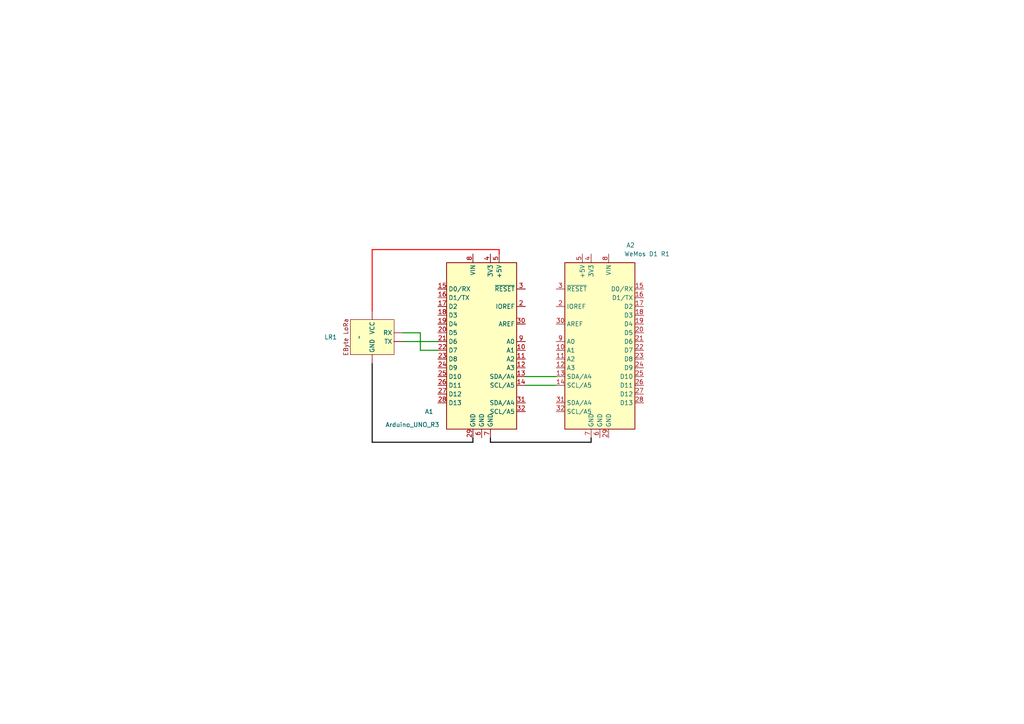
<source format=kicad_sch>
(kicad_sch (version 20230121) (generator eeschema)
  (paper "A4")
  (title_block (title "All-in-one-weather Server Device") (date "2023-06-18"))
  (lib_symbols
    (symbol "Components:EByte_LoRa_E220D"
      (property "Reference" "LR" (at 6.35 7.62 0))
      (symbol "EByte_LoRa_E220D_1_1"
        (rectangle (start -5.08 6.35) (end 5.08 -6.35) (fill (type background)))
        (text "EByte LoRa" (at 0 -7.62 0) (effects (font (size 1.27 1.27))))
        (pin passive line (at 7.62 0 180) (length 2.54) (name "GND") (number ""))
        (pin input line (at -1.27 8.89 270) (length 2.54) (name "RX") (number ""))
        (pin output line (at 1.27 8.89 270) (length 2.54) (name "TX") (number ""))
        (pin power_in line (at -7.62 0 0) (length 2.54) (name "VCC") (number ""))
      )
    )
    (symbol "MCU_Module:Arduino_UNO_R3"
      (property "Reference" "A" (at -10.16 23.495 0))
      (property "Value" "Arduino_UNO_R3" (at 5.08 -26.67 0))
      (symbol "Arduino_UNO_R3_0_1"
        (rectangle (start -10.16 22.86) (end 10.16 -25.4) (stroke (width 0.254)) (fill (type background)))
      )
      (symbol "Arduino_UNO_R3_1_1"
        (pin no_connect line (at -10.16 -20.32 0) (length 2.54) hide (name "NC") (number "1"))
        (pin bidirectional line (at 12.7 -2.54 180) (length 2.54) (name "A1") (number "10"))
        (pin bidirectional line (at 12.7 -5.08 180) (length 2.54) (name "A2") (number "11"))
        (pin bidirectional line (at 12.7 -7.62 180) (length 2.54) (name "A3") (number "12"))
        (pin bidirectional line (at 12.7 -10.16 180) (length 2.54) (name "SDA/A4") (number "13"))
        (pin bidirectional line (at 12.7 -12.7 180) (length 2.54) (name "SCL/A5") (number "14"))
        (pin bidirectional line (at -12.7 15.24 0) (length 2.54) (name "D0/RX") (number "15"))
        (pin bidirectional line (at -12.7 12.7 0) (length 2.54) (name "D1/TX") (number "16"))
        (pin bidirectional line (at -12.7 10.16 0) (length 2.54) (name "D2") (number "17"))
        (pin bidirectional line (at -12.7 7.62 0) (length 2.54) (name "D3") (number "18"))
        (pin bidirectional line (at -12.7 5.08 0) (length 2.54) (name "D4") (number "19"))
        (pin output line (at 12.7 10.16 180) (length 2.54) (name "IOREF") (number "2"))
        (pin bidirectional line (at -12.7 2.54 0) (length 2.54) (name "D5") (number "20"))
        (pin bidirectional line (at -12.7 0 0) (length 2.54) (name "D6") (number "21"))
        (pin bidirectional line (at -12.7 -2.54 0) (length 2.54) (name "D7") (number "22"))
        (pin bidirectional line (at -12.7 -5.08 0) (length 2.54) (name "D8") (number "23"))
        (pin bidirectional line (at -12.7 -7.62 0) (length 2.54) (name "D9") (number "24"))
        (pin bidirectional line (at -12.7 -10.16 0) (length 2.54) (name "D10") (number "25"))
        (pin bidirectional line (at -12.7 -12.7 0) (length 2.54) (name "D11") (number "26"))
        (pin bidirectional line (at -12.7 -15.24 0) (length 2.54) (name "D12") (number "27"))
        (pin bidirectional line (at -12.7 -17.78 0) (length 2.54) (name "D13") (number "28"))
        (pin power_in line (at -2.54 -27.94 90) (length 2.54) (name "GND") (number "29"))
        (pin input line (at 12.7 15.24 180) (length 2.54) (name "~{RESET}") (number "3"))
        (pin input line (at 12.7 5.08 180) (length 2.54) (name "AREF") (number "30"))
        (pin bidirectional line (at 12.7 -17.78 180) (length 2.54) (name "SDA/A4") (number "31"))
        (pin bidirectional line (at 12.7 -20.32 180) (length 2.54) (name "SCL/A5") (number "32"))
        (pin power_out line (at 2.54 25.4 270) (length 2.54) (name "3V3") (number "4"))
        (pin power_out line (at 5.08 25.4 270) (length 2.54) (name "+5V") (number "5"))
        (pin power_in line (at 0 -27.94 90) (length 2.54) (name "GND") (number "6"))
        (pin power_in line (at 2.54 -27.94 90) (length 2.54) (name "GND") (number "7"))
        (pin power_in line (at -2.54 25.4 270) (length 2.54) (name "VIN") (number "8"))
        (pin bidirectional line (at 12.7 0 180) (length 2.54) (name "A0") (number "9"))
      )
    )
  )
  (wire (pts (xy 144.78 73.66) (xy 144.78 72.39)) (stroke (width 0.3) (color 255 0 0 1)))
  (wire (pts (xy 171.45 128.27) (xy 171.45 127)) (stroke (width 0.3) (color 0 0 0 1)))
  (wire (pts (xy 142.24 128.27) (xy 171.45 128.27)) (stroke (width 0.3) (color 0 0 0 1)))
  (wire (pts (xy 121.92 96.52) (xy 121.92 101.6)) (stroke (width 0.3)))
  (wire (pts (xy 121.92 101.6) (xy 127 101.6)) (stroke (width 0.3)))
  (wire (pts (xy 107.95 72.39) (xy 107.95 90.17)) (stroke (width 0.3) (color 255 0 0 1)))
  (wire (pts (xy 142.24 127) (xy 142.24 128.27)) (stroke (width 0.3) (color 0 0 0 1)))
  (wire (pts (xy 107.95 105.41) (xy 107.95 128.27)) (stroke (width 0.3) (color 0 0 0 1)))
  (wire (pts (xy 144.78 72.39) (xy 107.95 72.39)) (stroke (width 0.3) (color 255 0 0 1)))
  (wire (pts (xy 116.84 99.06) (xy 127 99.06)) (stroke (width 0.3)))
  (wire (pts (xy 152.4 111.76) (xy 161.29 111.76)) (stroke (width 0.3)))
  (wire (pts (xy 116.84 96.52) (xy 121.92 96.52)) (stroke (width 0.3)))
  (wire (pts (xy 137.16 128.27) (xy 137.16 127)) (stroke (width 0.3) (color 0 0 0 1)))
  (wire (pts (xy 152.4 109.22) (xy 161.29 109.22)) (stroke (width 0.3)))
  (wire (pts (xy 107.95 128.27) (xy 137.16 128.27)) (stroke (width 0.3) (color 0 0 0 1)))
  (symbol (lib_id "MCU_Module:Arduino_UNO_R3") (at 139.7 99.06 0) (unit 1)
    (property "Reference" "A1" (at 123.19 119.38 0) (effects (justify left)))
    (property "Value" "Arduino_UNO_R3" (at 111.76 123.19 0) (effects (justify left)))
    (property "Footprint" "Module:Arduino_UNO_R3" (effects hide))
    (property "Datasheet" "https://www.arduino.cc/en/Main/arduinoBoardUno" (effects hide))
  )
  (symbol (lib_id "MCU_Module:Arduino_UNO_R3") (at 173.99 99.06 0) (mirror y) (unit 1)
    (property "Reference" "A2" (at 184.15 71.12 0) (effects (justify left)))
    (property "Value" "WeMos D1 R1" (at 194.31 73.66 0) (effects (justify left)))
    (property "Footprint" "Module:Arduino_UNO_R3" (effects hide))
    (property "Datasheet" "https://www.arduino.cc/en/Main/arduinoBoardUno" (effects hide))
  )
  (symbol (lib_id "Components:EByte_LoRa_E220D") (at 107.95 97.79 270) (unit 1)
    (property "Reference" "LR1" (at 97.79 97.79 90) (effects (justify right)))
    (property "Value" "~" (at 104.14 97.79 0))
  )
)
</source>
